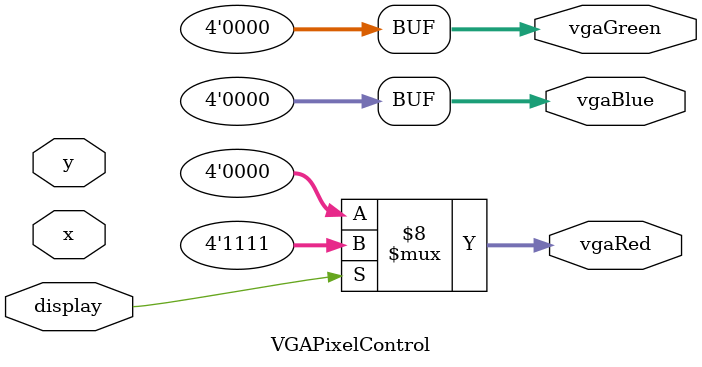
<source format=v>
`timescale 1ns / 1ps


module VGAPixelControl(
	input wire [9:0] x,
	input wire [9:0] y,
	input wire display,
	output reg [3:0] vgaRed,
	output reg [3:0] vgaGreen,
	output reg [3:0] vgaBlue
);
	
	always @(*)
	begin
		if(!display)
		begin
			vgaRed = 0;
			vgaGreen = 0;
			vgaBlue = 0;
		end
		else
		begin
			// Red screen
			vgaRed = 15;
			vgaGreen = 0;
			vgaBlue = 0;
		end
	end
endmodule

</source>
